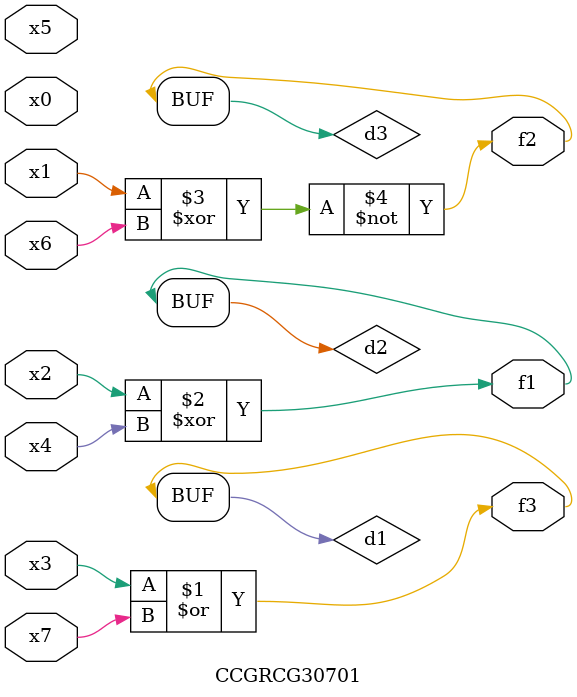
<source format=v>
module CCGRCG30701(
	input x0, x1, x2, x3, x4, x5, x6, x7,
	output f1, f2, f3
);

	wire d1, d2, d3;

	or (d1, x3, x7);
	xor (d2, x2, x4);
	xnor (d3, x1, x6);
	assign f1 = d2;
	assign f2 = d3;
	assign f3 = d1;
endmodule

</source>
